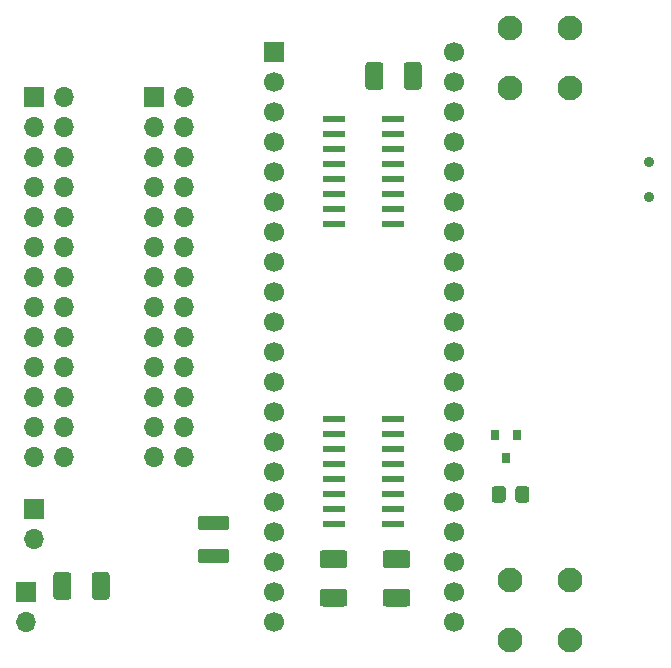
<source format=gbr>
%TF.GenerationSoftware,KiCad,Pcbnew,(5.1.8-0-10_14)*%
%TF.CreationDate,2021-05-17T09:41:11-06:00*%
%TF.ProjectId,bluescsi_iigs_internal,626c7565-7363-4736-995f-696967735f69,rev?*%
%TF.SameCoordinates,Original*%
%TF.FileFunction,Soldermask,Bot*%
%TF.FilePolarity,Negative*%
%FSLAX46Y46*%
G04 Gerber Fmt 4.6, Leading zero omitted, Abs format (unit mm)*
G04 Created by KiCad (PCBNEW (5.1.8-0-10_14)) date 2021-05-17 09:41:11*
%MOMM*%
%LPD*%
G01*
G04 APERTURE LIST*
%ADD10C,2.100000*%
%ADD11O,1.700000X1.700000*%
%ADD12R,1.700000X1.700000*%
%ADD13R,0.800000X0.900000*%
%ADD14C,0.900000*%
%ADD15C,1.700000*%
%ADD16R,1.970000X0.600000*%
G04 APERTURE END LIST*
D10*
%TO.C,M2*%
X172461000Y-48791000D03*
X177541000Y-48791000D03*
X172461000Y-53871000D03*
X177541000Y-53871000D03*
%TD*%
%TO.C,M1*%
X172461000Y-95481000D03*
X177541000Y-95481000D03*
X172461000Y-100561000D03*
X177541000Y-100561000D03*
%TD*%
D11*
%TO.C,J5*%
X132080000Y-92075000D03*
D12*
X132080000Y-89535000D03*
%TD*%
%TO.C,R3*%
G36*
G01*
X172066000Y-87814999D02*
X172066000Y-88715001D01*
G75*
G02*
X171816001Y-88965000I-249999J0D01*
G01*
X171115999Y-88965000D01*
G75*
G02*
X170866000Y-88715001I0J249999D01*
G01*
X170866000Y-87814999D01*
G75*
G02*
X171115999Y-87565000I249999J0D01*
G01*
X171816001Y-87565000D01*
G75*
G02*
X172066000Y-87814999I0J-249999D01*
G01*
G37*
G36*
G01*
X174066000Y-87814999D02*
X174066000Y-88715001D01*
G75*
G02*
X173816001Y-88965000I-249999J0D01*
G01*
X173115999Y-88965000D01*
G75*
G02*
X172866000Y-88715001I0J249999D01*
G01*
X172866000Y-87814999D01*
G75*
G02*
X173115999Y-87565000I249999J0D01*
G01*
X173816001Y-87565000D01*
G75*
G02*
X174066000Y-87814999I0J-249999D01*
G01*
G37*
%TD*%
D13*
%TO.C,Q1*%
X172085000Y-85201000D03*
X173035000Y-83201000D03*
X171135000Y-83201000D03*
%TD*%
%TO.C,F1*%
G36*
G01*
X148395000Y-91300000D02*
X146245000Y-91300000D01*
G75*
G02*
X145995000Y-91050000I0J250000D01*
G01*
X145995000Y-90300000D01*
G75*
G02*
X146245000Y-90050000I250000J0D01*
G01*
X148395000Y-90050000D01*
G75*
G02*
X148645000Y-90300000I0J-250000D01*
G01*
X148645000Y-91050000D01*
G75*
G02*
X148395000Y-91300000I-250000J0D01*
G01*
G37*
G36*
G01*
X148395000Y-94100000D02*
X146245000Y-94100000D01*
G75*
G02*
X145995000Y-93850000I0J250000D01*
G01*
X145995000Y-93100000D01*
G75*
G02*
X146245000Y-92850000I250000J0D01*
G01*
X148395000Y-92850000D01*
G75*
G02*
X148645000Y-93100000I0J-250000D01*
G01*
X148645000Y-93850000D01*
G75*
G02*
X148395000Y-94100000I-250000J0D01*
G01*
G37*
%TD*%
D11*
%TO.C,J4*%
X131445000Y-99060000D03*
D12*
X131445000Y-96520000D03*
%TD*%
%TO.C,C4*%
G36*
G01*
X137019000Y-96937000D02*
X137019000Y-95087000D01*
G75*
G02*
X137269000Y-94837000I250000J0D01*
G01*
X138269000Y-94837000D01*
G75*
G02*
X138519000Y-95087000I0J-250000D01*
G01*
X138519000Y-96937000D01*
G75*
G02*
X138269000Y-97187000I-250000J0D01*
G01*
X137269000Y-97187000D01*
G75*
G02*
X137019000Y-96937000I0J250000D01*
G01*
G37*
G36*
G01*
X133769000Y-96937000D02*
X133769000Y-95087000D01*
G75*
G02*
X134019000Y-94837000I250000J0D01*
G01*
X135019000Y-94837000D01*
G75*
G02*
X135269000Y-95087000I0J-250000D01*
G01*
X135269000Y-96937000D01*
G75*
G02*
X135019000Y-97187000I-250000J0D01*
G01*
X134019000Y-97187000D01*
G75*
G02*
X133769000Y-96937000I0J250000D01*
G01*
G37*
%TD*%
D14*
%TO.C,SW1*%
X184226000Y-63095000D03*
X184226000Y-60095000D03*
%TD*%
%TO.C,C3*%
G36*
G01*
X156555000Y-96252000D02*
X158405000Y-96252000D01*
G75*
G02*
X158655000Y-96502000I0J-250000D01*
G01*
X158655000Y-97502000D01*
G75*
G02*
X158405000Y-97752000I-250000J0D01*
G01*
X156555000Y-97752000D01*
G75*
G02*
X156305000Y-97502000I0J250000D01*
G01*
X156305000Y-96502000D01*
G75*
G02*
X156555000Y-96252000I250000J0D01*
G01*
G37*
G36*
G01*
X156555000Y-93002000D02*
X158405000Y-93002000D01*
G75*
G02*
X158655000Y-93252000I0J-250000D01*
G01*
X158655000Y-94252000D01*
G75*
G02*
X158405000Y-94502000I-250000J0D01*
G01*
X156555000Y-94502000D01*
G75*
G02*
X156305000Y-94252000I0J250000D01*
G01*
X156305000Y-93252000D01*
G75*
G02*
X156555000Y-93002000I250000J0D01*
G01*
G37*
%TD*%
%TO.C,C2*%
G36*
G01*
X161889000Y-96252000D02*
X163739000Y-96252000D01*
G75*
G02*
X163989000Y-96502000I0J-250000D01*
G01*
X163989000Y-97502000D01*
G75*
G02*
X163739000Y-97752000I-250000J0D01*
G01*
X161889000Y-97752000D01*
G75*
G02*
X161639000Y-97502000I0J250000D01*
G01*
X161639000Y-96502000D01*
G75*
G02*
X161889000Y-96252000I250000J0D01*
G01*
G37*
G36*
G01*
X161889000Y-93002000D02*
X163739000Y-93002000D01*
G75*
G02*
X163989000Y-93252000I0J-250000D01*
G01*
X163989000Y-94252000D01*
G75*
G02*
X163739000Y-94502000I-250000J0D01*
G01*
X161889000Y-94502000D01*
G75*
G02*
X161639000Y-94252000I0J250000D01*
G01*
X161639000Y-93252000D01*
G75*
G02*
X161889000Y-93002000I250000J0D01*
G01*
G37*
%TD*%
%TO.C,C1*%
G36*
G01*
X163435000Y-53757000D02*
X163435000Y-51907000D01*
G75*
G02*
X163685000Y-51657000I250000J0D01*
G01*
X164685000Y-51657000D01*
G75*
G02*
X164935000Y-51907000I0J-250000D01*
G01*
X164935000Y-53757000D01*
G75*
G02*
X164685000Y-54007000I-250000J0D01*
G01*
X163685000Y-54007000D01*
G75*
G02*
X163435000Y-53757000I0J250000D01*
G01*
G37*
G36*
G01*
X160185000Y-53757000D02*
X160185000Y-51907000D01*
G75*
G02*
X160435000Y-51657000I250000J0D01*
G01*
X161435000Y-51657000D01*
G75*
G02*
X161685000Y-51907000I0J-250000D01*
G01*
X161685000Y-53757000D01*
G75*
G02*
X161435000Y-54007000I-250000J0D01*
G01*
X160435000Y-54007000D01*
G75*
G02*
X160185000Y-53757000I0J250000D01*
G01*
G37*
%TD*%
D11*
%TO.C,J2*%
X144780000Y-85090000D03*
X142240000Y-85090000D03*
X144780000Y-82550000D03*
X142240000Y-82550000D03*
X144780000Y-80010000D03*
X142240000Y-80010000D03*
X144780000Y-77470000D03*
X142240000Y-77470000D03*
X144780000Y-74930000D03*
X142240000Y-74930000D03*
X144780000Y-72390000D03*
X142240000Y-72390000D03*
X144780000Y-69850000D03*
X142240000Y-69850000D03*
X144780000Y-67310000D03*
X142240000Y-67310000D03*
X144780000Y-64770000D03*
X142240000Y-64770000D03*
X144780000Y-62230000D03*
X142240000Y-62230000D03*
X144780000Y-59690000D03*
X142240000Y-59690000D03*
X144780000Y-57150000D03*
X142240000Y-57150000D03*
X144780000Y-54610000D03*
D12*
X142240000Y-54610000D03*
%TD*%
D15*
%TO.C,U1*%
X167640000Y-50800000D03*
D12*
X152400000Y-50800000D03*
D15*
X167640000Y-53340000D03*
X152400000Y-53340000D03*
X167640000Y-55880000D03*
X152400000Y-55880000D03*
X167640000Y-58420000D03*
X152400000Y-58420000D03*
X167640000Y-60960000D03*
X152400000Y-60960000D03*
X167640000Y-63500000D03*
X152400000Y-63500000D03*
X167640000Y-66040000D03*
X152400000Y-66040000D03*
X167640000Y-68580000D03*
X152400000Y-68580000D03*
X167640000Y-71120000D03*
X152400000Y-71120000D03*
X167640000Y-73660000D03*
X152400000Y-73660000D03*
X167640000Y-76200000D03*
X152400000Y-76200000D03*
X167640000Y-78740000D03*
X152400000Y-78740000D03*
X167640000Y-81280000D03*
X152400000Y-81280000D03*
X167640000Y-83820000D03*
X152400000Y-83820000D03*
X167640000Y-86360000D03*
X152400000Y-86360000D03*
X167640000Y-88900000D03*
X152400000Y-88900000D03*
X167640000Y-91440000D03*
X152400000Y-91440000D03*
X167640000Y-93980000D03*
X152400000Y-93980000D03*
X167640000Y-96520000D03*
X152400000Y-96520000D03*
X167640000Y-99060000D03*
X152400000Y-99060000D03*
%TD*%
D16*
%TO.C,U3*%
X162495000Y-81915000D03*
X162495000Y-83185000D03*
X162495000Y-84455000D03*
X162495000Y-85725000D03*
X162495000Y-86995000D03*
X162495000Y-88265000D03*
X162495000Y-89535000D03*
X162495000Y-90805000D03*
X157545000Y-90805000D03*
X157545000Y-89535000D03*
X157545000Y-88265000D03*
X157545000Y-86995000D03*
X157545000Y-85725000D03*
X157545000Y-84455000D03*
X157545000Y-83185000D03*
X157545000Y-81915000D03*
%TD*%
%TO.C,U2*%
X162495000Y-56515000D03*
X162495000Y-57785000D03*
X162495000Y-59055000D03*
X162495000Y-60325000D03*
X162495000Y-61595000D03*
X162495000Y-62865000D03*
X162495000Y-64135000D03*
X162495000Y-65405000D03*
X157545000Y-65405000D03*
X157545000Y-64135000D03*
X157545000Y-62865000D03*
X157545000Y-61595000D03*
X157545000Y-60325000D03*
X157545000Y-59055000D03*
X157545000Y-57785000D03*
X157545000Y-56515000D03*
%TD*%
D11*
%TO.C,J1*%
X134620000Y-85090000D03*
X132080000Y-85090000D03*
X134620000Y-82550000D03*
X132080000Y-82550000D03*
X134620000Y-80010000D03*
X132080000Y-80010000D03*
X134620000Y-77470000D03*
X132080000Y-77470000D03*
X134620000Y-74930000D03*
X132080000Y-74930000D03*
X134620000Y-72390000D03*
X132080000Y-72390000D03*
X134620000Y-69850000D03*
X132080000Y-69850000D03*
X134620000Y-67310000D03*
X132080000Y-67310000D03*
X134620000Y-64770000D03*
X132080000Y-64770000D03*
X134620000Y-62230000D03*
X132080000Y-62230000D03*
X134620000Y-59690000D03*
X132080000Y-59690000D03*
X134620000Y-57150000D03*
X132080000Y-57150000D03*
X134620000Y-54610000D03*
D12*
X132080000Y-54610000D03*
%TD*%
M02*

</source>
